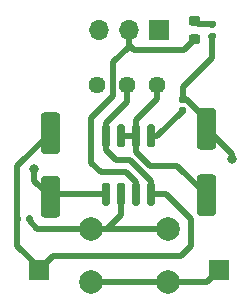
<source format=gbr>
%TF.GenerationSoftware,KiCad,Pcbnew,(5.1.10-1-10_14)*%
%TF.CreationDate,2021-09-09T23:45:50-04:00*%
%TF.ProjectId,breadboard-clock,62726561-6462-46f6-9172-642d636c6f63,rev?*%
%TF.SameCoordinates,Original*%
%TF.FileFunction,Copper,L1,Top*%
%TF.FilePolarity,Positive*%
%FSLAX46Y46*%
G04 Gerber Fmt 4.6, Leading zero omitted, Abs format (unit mm)*
G04 Created by KiCad (PCBNEW (5.1.10-1-10_14)) date 2021-09-09 23:45:50*
%MOMM*%
%LPD*%
G01*
G04 APERTURE LIST*
%TA.AperFunction,ComponentPad*%
%ADD10C,2.000000*%
%TD*%
%TA.AperFunction,ComponentPad*%
%ADD11R,1.700000X1.700000*%
%TD*%
%TA.AperFunction,ComponentPad*%
%ADD12O,1.700000X1.700000*%
%TD*%
%TA.AperFunction,ComponentPad*%
%ADD13C,1.440000*%
%TD*%
%TA.AperFunction,ViaPad*%
%ADD14C,0.800000*%
%TD*%
%TA.AperFunction,Conductor*%
%ADD15C,0.500000*%
%TD*%
G04 APERTURE END LIST*
D10*
%TO.P,SW1,1*%
%TO.N,GND*%
X207622000Y-98044000D03*
%TO.P,SW1,2*%
%TO.N,Net-(R1-Pad2)*%
X207622000Y-93544000D03*
%TO.P,SW1,1*%
%TO.N,GND*%
X214122000Y-98044000D03*
%TO.P,SW1,2*%
%TO.N,Net-(R1-Pad2)*%
X214122000Y-93544000D03*
%TD*%
D11*
%TO.P,J4,1*%
%TO.N,GND*%
X218440000Y-97028000D03*
%TD*%
%TO.P,J3,1*%
%TO.N,VCC*%
X203200000Y-97028000D03*
%TD*%
D12*
%TO.P,J2,3*%
%TO.N,Net-(J2-Pad3)*%
X208280000Y-76708000D03*
%TO.P,J2,2*%
%TO.N,CLOCK*%
X210820000Y-76708000D03*
D11*
%TO.P,J2,1*%
%TO.N,Net-(J2-Pad1)*%
X213360000Y-76708000D03*
%TD*%
D13*
%TO.P,RV2,3*%
%TO.N,Net-(RV2-Pad3)*%
X208130000Y-81350000D03*
%TO.P,RV2,2*%
%TO.N,VCC*%
X210670000Y-81350000D03*
%TO.P,RV2,1*%
%TO.N,Net-(C2-Pad1)*%
X213210000Y-81350000D03*
%TD*%
%TO.P,U1,8*%
%TO.N,VCC*%
%TA.AperFunction,SMDPad,CuDef*%
G36*
G01*
X209065000Y-86638000D02*
X208765000Y-86638000D01*
G75*
G02*
X208615000Y-86488000I0J150000D01*
G01*
X208615000Y-84838000D01*
G75*
G02*
X208765000Y-84688000I150000J0D01*
G01*
X209065000Y-84688000D01*
G75*
G02*
X209215000Y-84838000I0J-150000D01*
G01*
X209215000Y-86488000D01*
G75*
G02*
X209065000Y-86638000I-150000J0D01*
G01*
G37*
%TD.AperFunction*%
%TO.P,U1,7*%
%TO.N,Net-(C2-Pad1)*%
%TA.AperFunction,SMDPad,CuDef*%
G36*
G01*
X210335000Y-86638000D02*
X210035000Y-86638000D01*
G75*
G02*
X209885000Y-86488000I0J150000D01*
G01*
X209885000Y-84838000D01*
G75*
G02*
X210035000Y-84688000I150000J0D01*
G01*
X210335000Y-84688000D01*
G75*
G02*
X210485000Y-84838000I0J-150000D01*
G01*
X210485000Y-86488000D01*
G75*
G02*
X210335000Y-86638000I-150000J0D01*
G01*
G37*
%TD.AperFunction*%
%TO.P,U1,6*%
%TA.AperFunction,SMDPad,CuDef*%
G36*
G01*
X211605000Y-86638000D02*
X211305000Y-86638000D01*
G75*
G02*
X211155000Y-86488000I0J150000D01*
G01*
X211155000Y-84838000D01*
G75*
G02*
X211305000Y-84688000I150000J0D01*
G01*
X211605000Y-84688000D01*
G75*
G02*
X211755000Y-84838000I0J-150000D01*
G01*
X211755000Y-86488000D01*
G75*
G02*
X211605000Y-86638000I-150000J0D01*
G01*
G37*
%TD.AperFunction*%
%TO.P,U1,5*%
%TO.N,Net-(C1-Pad1)*%
%TA.AperFunction,SMDPad,CuDef*%
G36*
G01*
X212875000Y-86638000D02*
X212575000Y-86638000D01*
G75*
G02*
X212425000Y-86488000I0J150000D01*
G01*
X212425000Y-84838000D01*
G75*
G02*
X212575000Y-84688000I150000J0D01*
G01*
X212875000Y-84688000D01*
G75*
G02*
X213025000Y-84838000I0J-150000D01*
G01*
X213025000Y-86488000D01*
G75*
G02*
X212875000Y-86638000I-150000J0D01*
G01*
G37*
%TD.AperFunction*%
%TO.P,U1,4*%
%TO.N,VCC*%
%TA.AperFunction,SMDPad,CuDef*%
G36*
G01*
X212875000Y-91588000D02*
X212575000Y-91588000D01*
G75*
G02*
X212425000Y-91438000I0J150000D01*
G01*
X212425000Y-89788000D01*
G75*
G02*
X212575000Y-89638000I150000J0D01*
G01*
X212875000Y-89638000D01*
G75*
G02*
X213025000Y-89788000I0J-150000D01*
G01*
X213025000Y-91438000D01*
G75*
G02*
X212875000Y-91588000I-150000J0D01*
G01*
G37*
%TD.AperFunction*%
%TO.P,U1,3*%
%TO.N,CLOCK*%
%TA.AperFunction,SMDPad,CuDef*%
G36*
G01*
X211605000Y-91588000D02*
X211305000Y-91588000D01*
G75*
G02*
X211155000Y-91438000I0J150000D01*
G01*
X211155000Y-89788000D01*
G75*
G02*
X211305000Y-89638000I150000J0D01*
G01*
X211605000Y-89638000D01*
G75*
G02*
X211755000Y-89788000I0J-150000D01*
G01*
X211755000Y-91438000D01*
G75*
G02*
X211605000Y-91588000I-150000J0D01*
G01*
G37*
%TD.AperFunction*%
%TO.P,U1,2*%
%TO.N,Net-(R1-Pad2)*%
%TA.AperFunction,SMDPad,CuDef*%
G36*
G01*
X210335000Y-91588000D02*
X210035000Y-91588000D01*
G75*
G02*
X209885000Y-91438000I0J150000D01*
G01*
X209885000Y-89788000D01*
G75*
G02*
X210035000Y-89638000I150000J0D01*
G01*
X210335000Y-89638000D01*
G75*
G02*
X210485000Y-89788000I0J-150000D01*
G01*
X210485000Y-91438000D01*
G75*
G02*
X210335000Y-91588000I-150000J0D01*
G01*
G37*
%TD.AperFunction*%
%TO.P,U1,1*%
%TO.N,GND*%
%TA.AperFunction,SMDPad,CuDef*%
G36*
G01*
X209065000Y-91588000D02*
X208765000Y-91588000D01*
G75*
G02*
X208615000Y-91438000I0J150000D01*
G01*
X208615000Y-89788000D01*
G75*
G02*
X208765000Y-89638000I150000J0D01*
G01*
X209065000Y-89638000D01*
G75*
G02*
X209215000Y-89788000I0J-150000D01*
G01*
X209215000Y-91438000D01*
G75*
G02*
X209065000Y-91588000I-150000J0D01*
G01*
G37*
%TD.AperFunction*%
%TD*%
%TO.P,R12,2*%
%TO.N,GND*%
%TA.AperFunction,SMDPad,CuDef*%
G36*
G01*
X217715000Y-76980000D02*
X218085000Y-76980000D01*
G75*
G02*
X218220000Y-77115000I0J-135000D01*
G01*
X218220000Y-77385000D01*
G75*
G02*
X218085000Y-77520000I-135000J0D01*
G01*
X217715000Y-77520000D01*
G75*
G02*
X217580000Y-77385000I0J135000D01*
G01*
X217580000Y-77115000D01*
G75*
G02*
X217715000Y-76980000I135000J0D01*
G01*
G37*
%TD.AperFunction*%
%TO.P,R12,1*%
%TO.N,Net-(D12-Pad1)*%
%TA.AperFunction,SMDPad,CuDef*%
G36*
G01*
X217715000Y-75960000D02*
X218085000Y-75960000D01*
G75*
G02*
X218220000Y-76095000I0J-135000D01*
G01*
X218220000Y-76365000D01*
G75*
G02*
X218085000Y-76500000I-135000J0D01*
G01*
X217715000Y-76500000D01*
G75*
G02*
X217580000Y-76365000I0J135000D01*
G01*
X217580000Y-76095000D01*
G75*
G02*
X217715000Y-75960000I135000J0D01*
G01*
G37*
%TD.AperFunction*%
%TD*%
%TO.P,R1,2*%
%TO.N,Net-(R1-Pad2)*%
%TA.AperFunction,SMDPad,CuDef*%
G36*
G01*
X202170000Y-92895000D02*
X202170000Y-92525000D01*
G75*
G02*
X202305000Y-92390000I135000J0D01*
G01*
X202575000Y-92390000D01*
G75*
G02*
X202710000Y-92525000I0J-135000D01*
G01*
X202710000Y-92895000D01*
G75*
G02*
X202575000Y-93030000I-135000J0D01*
G01*
X202305000Y-93030000D01*
G75*
G02*
X202170000Y-92895000I0J135000D01*
G01*
G37*
%TD.AperFunction*%
%TO.P,R1,1*%
%TO.N,VCC*%
%TA.AperFunction,SMDPad,CuDef*%
G36*
G01*
X201150000Y-92895000D02*
X201150000Y-92525000D01*
G75*
G02*
X201285000Y-92390000I135000J0D01*
G01*
X201555000Y-92390000D01*
G75*
G02*
X201690000Y-92525000I0J-135000D01*
G01*
X201690000Y-92895000D01*
G75*
G02*
X201555000Y-93030000I-135000J0D01*
G01*
X201285000Y-93030000D01*
G75*
G02*
X201150000Y-92895000I0J135000D01*
G01*
G37*
%TD.AperFunction*%
%TD*%
%TO.P,D12,2*%
%TO.N,CLOCK*%
%TA.AperFunction,SMDPad,CuDef*%
G36*
G01*
X216151750Y-77058000D02*
X216664250Y-77058000D01*
G75*
G02*
X216883000Y-77276750I0J-218750D01*
G01*
X216883000Y-77714250D01*
G75*
G02*
X216664250Y-77933000I-218750J0D01*
G01*
X216151750Y-77933000D01*
G75*
G02*
X215933000Y-77714250I0J218750D01*
G01*
X215933000Y-77276750D01*
G75*
G02*
X216151750Y-77058000I218750J0D01*
G01*
G37*
%TD.AperFunction*%
%TO.P,D12,1*%
%TO.N,Net-(D12-Pad1)*%
%TA.AperFunction,SMDPad,CuDef*%
G36*
G01*
X216151750Y-75483000D02*
X216664250Y-75483000D01*
G75*
G02*
X216883000Y-75701750I0J-218750D01*
G01*
X216883000Y-76139250D01*
G75*
G02*
X216664250Y-76358000I-218750J0D01*
G01*
X216151750Y-76358000D01*
G75*
G02*
X215933000Y-76139250I0J218750D01*
G01*
X215933000Y-75701750D01*
G75*
G02*
X216151750Y-75483000I218750J0D01*
G01*
G37*
%TD.AperFunction*%
%TD*%
%TO.P,C5,2*%
%TO.N,GND*%
%TA.AperFunction,SMDPad,CuDef*%
G36*
G01*
X203666000Y-89088000D02*
X204766000Y-89088000D01*
G75*
G02*
X205016000Y-89338000I0J-250000D01*
G01*
X205016000Y-92338000D01*
G75*
G02*
X204766000Y-92588000I-250000J0D01*
G01*
X203666000Y-92588000D01*
G75*
G02*
X203416000Y-92338000I0J250000D01*
G01*
X203416000Y-89338000D01*
G75*
G02*
X203666000Y-89088000I250000J0D01*
G01*
G37*
%TD.AperFunction*%
%TO.P,C5,1*%
%TO.N,VCC*%
%TA.AperFunction,SMDPad,CuDef*%
G36*
G01*
X203666000Y-83688000D02*
X204766000Y-83688000D01*
G75*
G02*
X205016000Y-83938000I0J-250000D01*
G01*
X205016000Y-86938000D01*
G75*
G02*
X204766000Y-87188000I-250000J0D01*
G01*
X203666000Y-87188000D01*
G75*
G02*
X203416000Y-86938000I0J250000D01*
G01*
X203416000Y-83938000D01*
G75*
G02*
X203666000Y-83688000I250000J0D01*
G01*
G37*
%TD.AperFunction*%
%TD*%
%TO.P,C2,2*%
%TO.N,GND*%
%TA.AperFunction,SMDPad,CuDef*%
G36*
G01*
X217974000Y-86834000D02*
X216874000Y-86834000D01*
G75*
G02*
X216624000Y-86584000I0J250000D01*
G01*
X216624000Y-83584000D01*
G75*
G02*
X216874000Y-83334000I250000J0D01*
G01*
X217974000Y-83334000D01*
G75*
G02*
X218224000Y-83584000I0J-250000D01*
G01*
X218224000Y-86584000D01*
G75*
G02*
X217974000Y-86834000I-250000J0D01*
G01*
G37*
%TD.AperFunction*%
%TO.P,C2,1*%
%TO.N,Net-(C2-Pad1)*%
%TA.AperFunction,SMDPad,CuDef*%
G36*
G01*
X217974000Y-92434000D02*
X216874000Y-92434000D01*
G75*
G02*
X216624000Y-92184000I0J250000D01*
G01*
X216624000Y-89184000D01*
G75*
G02*
X216874000Y-88934000I250000J0D01*
G01*
X217974000Y-88934000D01*
G75*
G02*
X218224000Y-89184000I0J-250000D01*
G01*
X218224000Y-92184000D01*
G75*
G02*
X217974000Y-92434000I-250000J0D01*
G01*
G37*
%TD.AperFunction*%
%TD*%
%TO.P,C1,2*%
%TO.N,GND*%
%TA.AperFunction,SMDPad,CuDef*%
G36*
G01*
X215562000Y-82858000D02*
X215222000Y-82858000D01*
G75*
G02*
X215082000Y-82718000I0J140000D01*
G01*
X215082000Y-82438000D01*
G75*
G02*
X215222000Y-82298000I140000J0D01*
G01*
X215562000Y-82298000D01*
G75*
G02*
X215702000Y-82438000I0J-140000D01*
G01*
X215702000Y-82718000D01*
G75*
G02*
X215562000Y-82858000I-140000J0D01*
G01*
G37*
%TD.AperFunction*%
%TO.P,C1,1*%
%TO.N,Net-(C1-Pad1)*%
%TA.AperFunction,SMDPad,CuDef*%
G36*
G01*
X215562000Y-83818000D02*
X215222000Y-83818000D01*
G75*
G02*
X215082000Y-83678000I0J140000D01*
G01*
X215082000Y-83398000D01*
G75*
G02*
X215222000Y-83258000I140000J0D01*
G01*
X215562000Y-83258000D01*
G75*
G02*
X215702000Y-83398000I0J-140000D01*
G01*
X215702000Y-83678000D01*
G75*
G02*
X215562000Y-83818000I-140000J0D01*
G01*
G37*
%TD.AperFunction*%
%TD*%
D14*
%TO.N,GND*%
X219620000Y-87620000D03*
X202820000Y-88510000D03*
%TD*%
D15*
%TO.N,VCC*%
X203200000Y-97028000D02*
X203200000Y-96810000D01*
X201420000Y-95030000D02*
X201420000Y-92710000D01*
X203200000Y-96810000D02*
X201420000Y-95030000D01*
X212725000Y-90613000D02*
X212725000Y-89645000D01*
X204441000Y-85663000D02*
X204216000Y-85438000D01*
X201420000Y-88234000D02*
X201420000Y-92710000D01*
X204216000Y-85438000D02*
X201420000Y-88234000D01*
X208915000Y-85663000D02*
X208915000Y-84585000D01*
X210670000Y-82830000D02*
X210670000Y-81350000D01*
X208915000Y-84585000D02*
X210670000Y-82830000D01*
X208915000Y-85663000D02*
X208915000Y-86855000D01*
X208915000Y-86855000D02*
X209760000Y-87700000D01*
X209760000Y-87700000D02*
X210930000Y-87700000D01*
X212725000Y-89495000D02*
X212725000Y-89645000D01*
X210930000Y-87700000D02*
X212725000Y-89495000D01*
X212725000Y-90613000D02*
X214003000Y-90613000D01*
X214003000Y-90613000D02*
X216080000Y-92690000D01*
X216080000Y-92690000D02*
X216080000Y-94960000D01*
X216080000Y-94960000D02*
X215240000Y-95800000D01*
X204428000Y-95800000D02*
X203200000Y-97028000D01*
X215240000Y-95800000D02*
X204428000Y-95800000D01*
%TO.N,GND*%
X207622000Y-98044000D02*
X214122000Y-98044000D01*
X217424000Y-98044000D02*
X218440000Y-97028000D01*
X214122000Y-98044000D02*
X217424000Y-98044000D01*
X217424000Y-84300000D02*
X217424000Y-85084000D01*
X215702000Y-82578000D02*
X217424000Y-84300000D01*
X215392000Y-82578000D02*
X215702000Y-82578000D01*
X217900000Y-77250000D02*
X217900000Y-79040000D01*
X215392000Y-81548000D02*
X215392000Y-82578000D01*
X217900000Y-79040000D02*
X215392000Y-81548000D01*
X204441000Y-90613000D02*
X204216000Y-90838000D01*
X208915000Y-90613000D02*
X204441000Y-90613000D01*
X217424000Y-85084000D02*
X219580000Y-87240000D01*
X219580000Y-87580000D02*
X219620000Y-87620000D01*
X219580000Y-87240000D02*
X219580000Y-87580000D01*
X204216000Y-90838000D02*
X202830000Y-89452000D01*
X202830000Y-88520000D02*
X202820000Y-88510000D01*
X202830000Y-89452000D02*
X202830000Y-88520000D01*
%TO.N,Net-(C1-Pad1)*%
X213267000Y-85663000D02*
X215392000Y-83538000D01*
X212725000Y-85663000D02*
X213267000Y-85663000D01*
%TO.N,Net-(C2-Pad1)*%
X211455000Y-85663000D02*
X211455000Y-87005000D01*
X211455000Y-87005000D02*
X212630000Y-88180000D01*
X214920000Y-88180000D02*
X217424000Y-90684000D01*
X212630000Y-88180000D02*
X214920000Y-88180000D01*
X211455000Y-85663000D02*
X211455000Y-84315000D01*
X213210000Y-82560000D02*
X213210000Y-81350000D01*
X211455000Y-84315000D02*
X213210000Y-82560000D01*
X210185000Y-85663000D02*
X211455000Y-85663000D01*
%TO.N,CLOCK*%
X216408000Y-77495500D02*
X215483500Y-78420000D01*
X215483500Y-78420000D02*
X211290000Y-78420000D01*
X210820000Y-77950000D02*
X210820000Y-76708000D01*
X211290000Y-78420000D02*
X210820000Y-77950000D01*
X211455000Y-90613000D02*
X211455000Y-89585000D01*
X211455000Y-89585000D02*
X210620000Y-88750000D01*
X210620000Y-88750000D02*
X208450000Y-88750000D01*
X210442000Y-76708000D02*
X210820000Y-76708000D01*
X210820000Y-76708000D02*
X210820000Y-78120000D01*
X209499999Y-79440001D02*
X209499999Y-82270001D01*
X210820000Y-78120000D02*
X209499999Y-79440001D01*
X207635000Y-84135000D02*
X207635000Y-87935000D01*
X209499999Y-82270001D02*
X207635000Y-84135000D01*
X208450000Y-88750000D02*
X207635000Y-87935000D01*
%TO.N,Net-(D12-Pad1)*%
X216717500Y-76230000D02*
X216408000Y-75920500D01*
X217900000Y-76230000D02*
X216717500Y-76230000D01*
%TO.N,Net-(R1-Pad2)*%
X202440000Y-92710000D02*
X202440000Y-92870000D01*
X203114000Y-93544000D02*
X207622000Y-93544000D01*
X202440000Y-92870000D02*
X203114000Y-93544000D01*
X209036213Y-93544000D02*
X210185000Y-92395213D01*
X210185000Y-92395213D02*
X210185000Y-90613000D01*
X207622000Y-93544000D02*
X209036213Y-93544000D01*
X214122000Y-93544000D02*
X207622000Y-93544000D01*
%TD*%
M02*

</source>
